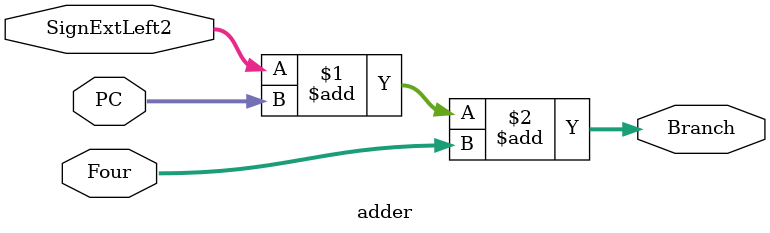
<source format=v>
/****************************************************************************************
*****************************************************************************************
Name: 
	adder
	
Description: 


Subject:
	Microprocessors Design - ITESO

Author:
	Cesar Carlos Robles Martinez 

Date:
	14/04/2019
*****************************************************************************************
*****************************************************************************************/

module adder

#(
parameter WORD_LENGTH = 32
)

(
//Inputs
   input [WORD_LENGTH -1 : 0] SignExtLeft2,
	input [WORD_LENGTH -1 : 0] PC,
	input [WORD_LENGTH -1 : 0] Four,
	
//Outputs
	 output [WORD_LENGTH -1 : 0] Branch
);

	assign Branch = SignExtLeft2 + PC + Four;


endmodule 
</source>
